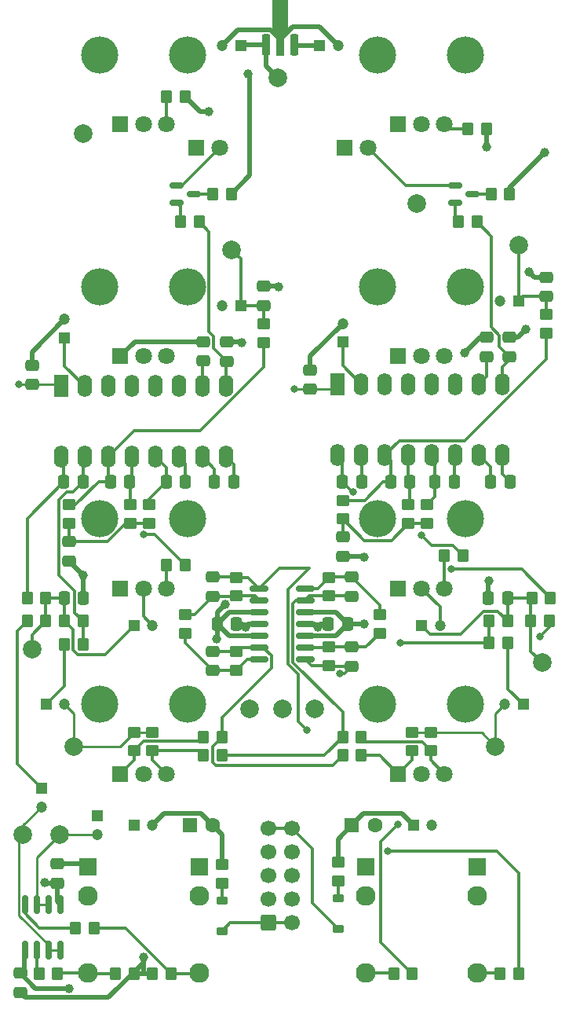
<source format=gbl>
G04 #@! TF.GenerationSoftware,KiCad,Pcbnew,8.0.5*
G04 #@! TF.CreationDate,2024-11-24T11:27:35+01:00*
G04 #@! TF.ProjectId,ricochet,7269636f-6368-4657-942e-6b696361645f,rev?*
G04 #@! TF.SameCoordinates,Original*
G04 #@! TF.FileFunction,Copper,L2,Bot*
G04 #@! TF.FilePolarity,Positive*
%FSLAX46Y46*%
G04 Gerber Fmt 4.6, Leading zero omitted, Abs format (unit mm)*
G04 Created by KiCad (PCBNEW 8.0.5) date 2024-11-24 11:27:35*
%MOMM*%
%LPD*%
G01*
G04 APERTURE LIST*
G04 Aperture macros list*
%AMRoundRect*
0 Rectangle with rounded corners*
0 $1 Rounding radius*
0 $2 $3 $4 $5 $6 $7 $8 $9 X,Y pos of 4 corners*
0 Add a 4 corners polygon primitive as box body*
4,1,4,$2,$3,$4,$5,$6,$7,$8,$9,$2,$3,0*
0 Add four circle primitives for the rounded corners*
1,1,$1+$1,$2,$3*
1,1,$1+$1,$4,$5*
1,1,$1+$1,$6,$7*
1,1,$1+$1,$8,$9*
0 Add four rect primitives between the rounded corners*
20,1,$1+$1,$2,$3,$4,$5,0*
20,1,$1+$1,$4,$5,$6,$7,0*
20,1,$1+$1,$6,$7,$8,$9,0*
20,1,$1+$1,$8,$9,$2,$3,0*%
%AMFreePoly0*
4,1,9,5.362500,-0.866500,1.237500,-0.866500,1.237500,-0.450000,-1.237500,-0.450000,-1.237500,0.450000,1.237500,0.450000,1.237500,0.866500,5.362500,0.866500,5.362500,-0.866500,5.362500,-0.866500,$1*%
G04 Aperture macros list end*
G04 #@! TA.AperFunction,ComponentPad*
%ADD10O,4.000000X4.000000*%
G04 #@! TD*
G04 #@! TA.AperFunction,ComponentPad*
%ADD11R,1.800000X1.800000*%
G04 #@! TD*
G04 #@! TA.AperFunction,ComponentPad*
%ADD12C,1.800000*%
G04 #@! TD*
G04 #@! TA.AperFunction,ComponentPad*
%ADD13R,1.930000X1.830000*%
G04 #@! TD*
G04 #@! TA.AperFunction,ComponentPad*
%ADD14C,2.130000*%
G04 #@! TD*
G04 #@! TA.AperFunction,SMDPad,CuDef*
%ADD15RoundRect,0.250000X-0.350000X-0.450000X0.350000X-0.450000X0.350000X0.450000X-0.350000X0.450000X0*%
G04 #@! TD*
G04 #@! TA.AperFunction,SMDPad,CuDef*
%ADD16RoundRect,0.250000X-0.337500X-0.475000X0.337500X-0.475000X0.337500X0.475000X-0.337500X0.475000X0*%
G04 #@! TD*
G04 #@! TA.AperFunction,SMDPad,CuDef*
%ADD17RoundRect,0.250000X0.450000X-0.350000X0.450000X0.350000X-0.450000X0.350000X-0.450000X-0.350000X0*%
G04 #@! TD*
G04 #@! TA.AperFunction,SMDPad,CuDef*
%ADD18RoundRect,0.250000X0.350000X0.450000X-0.350000X0.450000X-0.350000X-0.450000X0.350000X-0.450000X0*%
G04 #@! TD*
G04 #@! TA.AperFunction,ComponentPad*
%ADD19R,1.200000X1.200000*%
G04 #@! TD*
G04 #@! TA.AperFunction,ComponentPad*
%ADD20C,1.200000*%
G04 #@! TD*
G04 #@! TA.AperFunction,SMDPad,CuDef*
%ADD21RoundRect,0.250000X0.475000X-0.337500X0.475000X0.337500X-0.475000X0.337500X-0.475000X-0.337500X0*%
G04 #@! TD*
G04 #@! TA.AperFunction,SMDPad,CuDef*
%ADD22RoundRect,0.250000X-0.450000X0.350000X-0.450000X-0.350000X0.450000X-0.350000X0.450000X0.350000X0*%
G04 #@! TD*
G04 #@! TA.AperFunction,SMDPad,CuDef*
%ADD23RoundRect,0.225000X0.225000X-0.925000X0.225000X0.925000X-0.225000X0.925000X-0.225000X-0.925000X0*%
G04 #@! TD*
G04 #@! TA.AperFunction,SMDPad,CuDef*
%ADD24FreePoly0,90.000000*%
G04 #@! TD*
G04 #@! TA.AperFunction,ComponentPad*
%ADD25R,1.600000X1.600000*%
G04 #@! TD*
G04 #@! TA.AperFunction,ComponentPad*
%ADD26C,1.600000*%
G04 #@! TD*
G04 #@! TA.AperFunction,ComponentPad*
%ADD27C,2.000000*%
G04 #@! TD*
G04 #@! TA.AperFunction,SMDPad,CuDef*
%ADD28RoundRect,0.225000X-0.375000X0.225000X-0.375000X-0.225000X0.375000X-0.225000X0.375000X0.225000X0*%
G04 #@! TD*
G04 #@! TA.AperFunction,SMDPad,CuDef*
%ADD29RoundRect,0.250000X-0.475000X0.337500X-0.475000X-0.337500X0.475000X-0.337500X0.475000X0.337500X0*%
G04 #@! TD*
G04 #@! TA.AperFunction,SMDPad,CuDef*
%ADD30RoundRect,0.250000X0.337500X0.475000X-0.337500X0.475000X-0.337500X-0.475000X0.337500X-0.475000X0*%
G04 #@! TD*
G04 #@! TA.AperFunction,SMDPad,CuDef*
%ADD31RoundRect,0.150000X-0.587500X-0.150000X0.587500X-0.150000X0.587500X0.150000X-0.587500X0.150000X0*%
G04 #@! TD*
G04 #@! TA.AperFunction,ComponentPad*
%ADD32R,1.600000X2.400000*%
G04 #@! TD*
G04 #@! TA.AperFunction,ComponentPad*
%ADD33O,1.600000X2.400000*%
G04 #@! TD*
G04 #@! TA.AperFunction,SMDPad,CuDef*
%ADD34RoundRect,0.150000X0.150000X-0.825000X0.150000X0.825000X-0.150000X0.825000X-0.150000X-0.825000X0*%
G04 #@! TD*
G04 #@! TA.AperFunction,SMDPad,CuDef*
%ADD35RoundRect,0.225000X0.375000X-0.225000X0.375000X0.225000X-0.375000X0.225000X-0.375000X-0.225000X0*%
G04 #@! TD*
G04 #@! TA.AperFunction,ComponentPad*
%ADD36RoundRect,0.250000X-0.600000X-0.600000X0.600000X-0.600000X0.600000X0.600000X-0.600000X0.600000X0*%
G04 #@! TD*
G04 #@! TA.AperFunction,ComponentPad*
%ADD37C,1.700000*%
G04 #@! TD*
G04 #@! TA.AperFunction,SMDPad,CuDef*
%ADD38RoundRect,0.150000X0.825000X0.150000X-0.825000X0.150000X-0.825000X-0.150000X0.825000X-0.150000X0*%
G04 #@! TD*
G04 #@! TA.AperFunction,ViaPad*
%ADD39C,1.000000*%
G04 #@! TD*
G04 #@! TA.AperFunction,ViaPad*
%ADD40C,0.800000*%
G04 #@! TD*
G04 #@! TA.AperFunction,Conductor*
%ADD41C,0.500000*%
G04 #@! TD*
G04 #@! TA.AperFunction,Conductor*
%ADD42C,0.300000*%
G04 #@! TD*
G04 #@! TA.AperFunction,Conductor*
%ADD43C,0.250000*%
G04 #@! TD*
G04 APERTURE END LIST*
D10*
X60250000Y-57000000D03*
X69750000Y-57000000D03*
D11*
X62500000Y-64500000D03*
D12*
X65000000Y-64500000D03*
X67500000Y-64500000D03*
D10*
X90250000Y-107000000D03*
X99750000Y-107000000D03*
D11*
X92500000Y-114500000D03*
D12*
X95000000Y-114500000D03*
X97500000Y-114500000D03*
D11*
X86690000Y-67000000D03*
D12*
X89230000Y-67000000D03*
D13*
X71000000Y-144520000D03*
D14*
X71000000Y-155920000D03*
X71000000Y-147620000D03*
D10*
X90250000Y-57000000D03*
X99750000Y-57000000D03*
D11*
X92500000Y-64500000D03*
D12*
X95000000Y-64500000D03*
X97500000Y-64500000D03*
D11*
X70690000Y-67000000D03*
D12*
X73230000Y-67000000D03*
D13*
X89000000Y-144520000D03*
D14*
X89000000Y-155920000D03*
X89000000Y-147620000D03*
D10*
X60250000Y-107000000D03*
X69750000Y-107000000D03*
D11*
X62500000Y-114500000D03*
D12*
X65000000Y-114500000D03*
X67500000Y-114500000D03*
D13*
X101000000Y-144520000D03*
D14*
X101000000Y-155920000D03*
X101000000Y-147620000D03*
D10*
X90250000Y-82000000D03*
X99750000Y-82000000D03*
D11*
X92500000Y-89500000D03*
D12*
X95000000Y-89500000D03*
X97500000Y-89500000D03*
D10*
X60250000Y-82000000D03*
X69750000Y-82000000D03*
D11*
X62500000Y-89500000D03*
D12*
X65000000Y-89500000D03*
X67500000Y-89500000D03*
D13*
X59000000Y-144520000D03*
D14*
X59000000Y-155920000D03*
X59000000Y-147620000D03*
D10*
X60250000Y-127000000D03*
X69750000Y-127000000D03*
D11*
X62500000Y-134500000D03*
D12*
X65000000Y-134500000D03*
X67500000Y-134500000D03*
D10*
X90250000Y-127000000D03*
X99750000Y-127000000D03*
D11*
X92500000Y-134500000D03*
D12*
X95000000Y-134500000D03*
X97500000Y-134500000D03*
D15*
X57700000Y-151100000D03*
X59700000Y-151100000D03*
D16*
X91662500Y-103000000D03*
X93737500Y-103000000D03*
D17*
X73500000Y-146250000D03*
X73500000Y-144250000D03*
D18*
X58470000Y-118000000D03*
X56470000Y-118000000D03*
D19*
X95000000Y-118500000D03*
D20*
X97000000Y-118500000D03*
D17*
X108500000Y-87000000D03*
X108500000Y-85000000D03*
D15*
X52470000Y-115500000D03*
X54470000Y-115500000D03*
D21*
X51750000Y-158037500D03*
X51750000Y-155962500D03*
D17*
X85000000Y-115310000D03*
X85000000Y-113310000D03*
D16*
X86462500Y-103000000D03*
X88537500Y-103000000D03*
D22*
X93600000Y-105500000D03*
X93600000Y-107500000D03*
D16*
X72962500Y-118310000D03*
X75037500Y-118310000D03*
D19*
X64000000Y-118500000D03*
D20*
X66000000Y-118500000D03*
D21*
X83000000Y-93037500D03*
X83000000Y-90962500D03*
D16*
X61462500Y-103000000D03*
X63537500Y-103000000D03*
D15*
X66000000Y-156000000D03*
X68000000Y-156000000D03*
D23*
X81250000Y-55950000D03*
D24*
X79750000Y-55862500D03*
D23*
X78250000Y-55950000D03*
D15*
X102300000Y-120400000D03*
X104300000Y-120400000D03*
X67500000Y-112000000D03*
X69500000Y-112000000D03*
X103500000Y-156000000D03*
X105500000Y-156000000D03*
D16*
X84962500Y-118310000D03*
X87037500Y-118310000D03*
D19*
X105500000Y-83500000D03*
D20*
X103500000Y-83500000D03*
D18*
X108900000Y-115500000D03*
X106900000Y-115500000D03*
D25*
X87500000Y-140000000D03*
D26*
X90000000Y-140000000D03*
D22*
X63600000Y-105500000D03*
X63600000Y-107500000D03*
D27*
X58500000Y-65500000D03*
X94500000Y-73000000D03*
X52000000Y-141000000D03*
D21*
X104500000Y-89537500D03*
X104500000Y-87462500D03*
D17*
X86000000Y-146000000D03*
X86000000Y-144000000D03*
D27*
X105500000Y-77500000D03*
D21*
X74000000Y-90037500D03*
X74000000Y-87962500D03*
D25*
X70000000Y-140000000D03*
D26*
X72500000Y-140000000D03*
D28*
X86000000Y-147850000D03*
X86000000Y-151150000D03*
D29*
X87500000Y-120810000D03*
X87500000Y-122885000D03*
D21*
X108500000Y-83037500D03*
X108500000Y-80962500D03*
D22*
X96000000Y-130000000D03*
X96000000Y-132000000D03*
D19*
X54000000Y-136027401D03*
D20*
X54000000Y-138027401D03*
D27*
X108000000Y-122500000D03*
D19*
X75500000Y-84000000D03*
D20*
X73500000Y-84000000D03*
D21*
X72500000Y-115347500D03*
X72500000Y-113272500D03*
X102000000Y-89537500D03*
X102000000Y-87462500D03*
D18*
X71000000Y-75000000D03*
X69000000Y-75000000D03*
D22*
X57000000Y-105500000D03*
X57000000Y-107500000D03*
D30*
X98537500Y-103000000D03*
X96462500Y-103000000D03*
D22*
X75000000Y-121310000D03*
X75000000Y-123310000D03*
D16*
X56462500Y-115500000D03*
X58537500Y-115500000D03*
D21*
X71500000Y-90000000D03*
X71500000Y-87925000D03*
D27*
X57500000Y-131500000D03*
D19*
X75500000Y-56000000D03*
D20*
X73500000Y-56000000D03*
D18*
X88500000Y-132500000D03*
X86500000Y-132500000D03*
D31*
X98625000Y-72950000D03*
X98625000Y-71050000D03*
X100500000Y-72000000D03*
D29*
X86500000Y-108962500D03*
X86500000Y-111037500D03*
D15*
X102300000Y-118000000D03*
X104300000Y-118000000D03*
D27*
X74500000Y-78000000D03*
X79500000Y-59500000D03*
D15*
X102500000Y-72000000D03*
X104500000Y-72000000D03*
D30*
X69537500Y-103000000D03*
X67462500Y-103000000D03*
D19*
X60000000Y-139000000D03*
D20*
X60000000Y-141000000D03*
D32*
X85960000Y-92500000D03*
D33*
X88500000Y-92500000D03*
X91040000Y-92500000D03*
X93580000Y-92500000D03*
X96120000Y-92500000D03*
X98660000Y-92500000D03*
X101200000Y-92500000D03*
X103740000Y-92500000D03*
X103740000Y-100120000D03*
X101200000Y-100120000D03*
X98660000Y-100120000D03*
X96120000Y-100120000D03*
X93580000Y-100120000D03*
X91040000Y-100120000D03*
X88500000Y-100120000D03*
X85960000Y-100120000D03*
D15*
X92000000Y-156000000D03*
X94000000Y-156000000D03*
D18*
X101000000Y-75000000D03*
X99000000Y-75000000D03*
D21*
X87500000Y-115347500D03*
X87500000Y-113272500D03*
D15*
X72500000Y-72000000D03*
X74500000Y-72000000D03*
D34*
X56040000Y-153500000D03*
X54770000Y-153500000D03*
X53500000Y-153500000D03*
X52230000Y-153500000D03*
X52230000Y-148550000D03*
X53500000Y-148550000D03*
X54770000Y-148550000D03*
X56040000Y-148550000D03*
D22*
X86500000Y-105000000D03*
X86500000Y-107000000D03*
D19*
X86500000Y-87972600D03*
D20*
X86500000Y-85972600D03*
D15*
X71500000Y-132500000D03*
X73500000Y-132500000D03*
D35*
X73500000Y-151400000D03*
X73500000Y-148100000D03*
D22*
X65600000Y-105500000D03*
X65600000Y-107500000D03*
D27*
X56000000Y-141000000D03*
D19*
X84027401Y-56000000D03*
D20*
X86027401Y-56000000D03*
D18*
X69500000Y-61500000D03*
X67500000Y-61500000D03*
D19*
X54500000Y-127000000D03*
D20*
X56500000Y-127000000D03*
D19*
X64000000Y-140000000D03*
D20*
X66000000Y-140000000D03*
D18*
X64000000Y-156000000D03*
X62000000Y-156000000D03*
D22*
X95600000Y-105500000D03*
X95600000Y-107500000D03*
D27*
X103000000Y-131500000D03*
D16*
X56425000Y-103000000D03*
X58500000Y-103000000D03*
D36*
X78460000Y-150540000D03*
D37*
X81000000Y-150540000D03*
X78460000Y-148000000D03*
X81000000Y-148000000D03*
X78460000Y-145460000D03*
X81000000Y-145460000D03*
X78460000Y-142920000D03*
X81000000Y-142920000D03*
X78460000Y-140380000D03*
X81000000Y-140380000D03*
D17*
X78000000Y-88000000D03*
X78000000Y-86000000D03*
D38*
X82450000Y-114500000D03*
X82450000Y-115770000D03*
X82450000Y-117040000D03*
X82450000Y-118310000D03*
X82450000Y-119580000D03*
X82450000Y-120850000D03*
X82450000Y-122120000D03*
X77500000Y-122120000D03*
X77500000Y-120850000D03*
X77500000Y-119580000D03*
X77500000Y-118310000D03*
X77500000Y-117040000D03*
X77500000Y-115770000D03*
X77500000Y-114500000D03*
D18*
X88500000Y-130500000D03*
X86500000Y-130500000D03*
D15*
X53750000Y-156000000D03*
X55750000Y-156000000D03*
D18*
X58470000Y-120500000D03*
X56470000Y-120500000D03*
D21*
X78000000Y-84037500D03*
X78000000Y-81962500D03*
D22*
X90500000Y-117310000D03*
X90500000Y-119310000D03*
D19*
X56500000Y-87500000D03*
D20*
X56500000Y-85500000D03*
D29*
X57000000Y-109462500D03*
X57000000Y-111537500D03*
D27*
X83500000Y-127500000D03*
D19*
X94127401Y-140000000D03*
D20*
X96127401Y-140000000D03*
D29*
X72500000Y-121272500D03*
X72500000Y-123347500D03*
D27*
X76500000Y-127500000D03*
D22*
X94000000Y-130000000D03*
X94000000Y-132000000D03*
D27*
X52970000Y-121000000D03*
D22*
X64000000Y-130000000D03*
X64000000Y-132000000D03*
D21*
X55700000Y-146237500D03*
X55700000Y-144162500D03*
D17*
X75000000Y-115310000D03*
X75000000Y-113310000D03*
D19*
X105972600Y-127000000D03*
D20*
X103972600Y-127000000D03*
D30*
X104307500Y-115500000D03*
X102232500Y-115500000D03*
D16*
X102462500Y-103000000D03*
X104537500Y-103000000D03*
D32*
X56100000Y-92700000D03*
D33*
X58640000Y-92700000D03*
X61180000Y-92700000D03*
X63720000Y-92700000D03*
X66260000Y-92700000D03*
X68800000Y-92700000D03*
X71340000Y-92700000D03*
X73880000Y-92700000D03*
X73880000Y-100320000D03*
X71340000Y-100320000D03*
X68800000Y-100320000D03*
X66260000Y-100320000D03*
X63720000Y-100320000D03*
X61180000Y-100320000D03*
X58640000Y-100320000D03*
X56100000Y-100320000D03*
D29*
X53000000Y-90462500D03*
X53000000Y-92537500D03*
D18*
X108800000Y-118000000D03*
X106800000Y-118000000D03*
X102000000Y-65000000D03*
X100000000Y-65000000D03*
D17*
X69500000Y-119310000D03*
X69500000Y-117310000D03*
D31*
X68562500Y-72950000D03*
X68562500Y-71050000D03*
X70437500Y-72000000D03*
D22*
X85000000Y-120810000D03*
X85000000Y-122810000D03*
X66000000Y-130000000D03*
X66000000Y-132000000D03*
D15*
X97500000Y-111000000D03*
X99500000Y-111000000D03*
D27*
X80000000Y-127500000D03*
D15*
X52470000Y-118000000D03*
X54470000Y-118000000D03*
X71500000Y-130500000D03*
X73500000Y-130500000D03*
D16*
X72662500Y-103000000D03*
X74737500Y-103000000D03*
D39*
X54325000Y-146200000D03*
X76300000Y-59100000D03*
X108300000Y-67500000D03*
X83785202Y-118630000D03*
X102000000Y-66900000D03*
X79600000Y-82000000D03*
X106600000Y-80400000D03*
X88800000Y-111100000D03*
X64998959Y-154201041D03*
X58537500Y-113075000D03*
X99700000Y-89100000D03*
X102300000Y-113700000D03*
X72100000Y-63100000D03*
X73804137Y-116252637D03*
X106300000Y-86600000D03*
X88800000Y-118300000D03*
X75600000Y-88000000D03*
X72900000Y-119900000D03*
X76000000Y-118630000D03*
X57000000Y-157600000D03*
D40*
X51600000Y-92500000D03*
X81300000Y-93000000D03*
X98250000Y-112400000D03*
X87601708Y-104098655D03*
X86200000Y-123700000D03*
X92500000Y-139900000D03*
X82650000Y-129800000D03*
X91350000Y-142800000D03*
X94970000Y-108800000D03*
X92700000Y-120400000D03*
X107800000Y-119700000D03*
X65000000Y-108700000D03*
D41*
X55700000Y-148210000D02*
X56040000Y-148550000D01*
X84027401Y-56000000D02*
X81300000Y-56000000D01*
X86000000Y-141500000D02*
X87500000Y-140000000D01*
X84105202Y-118310000D02*
X83785202Y-118630000D01*
X108300000Y-67500000D02*
X104500000Y-71300000D01*
X94127401Y-140000000D02*
X92877401Y-138750000D01*
X83465202Y-118310000D02*
X82450000Y-118310000D01*
X54362500Y-146237500D02*
X54325000Y-146200000D01*
X81300000Y-56000000D02*
X81250000Y-55950000D01*
X55700000Y-146237500D02*
X55700000Y-148210000D01*
X76300000Y-59100000D02*
X76500000Y-59300000D01*
X92877401Y-138750000D02*
X88750000Y-138750000D01*
X83785202Y-118630000D02*
X83465202Y-118310000D01*
X55700000Y-146237500D02*
X54362500Y-146237500D01*
X88750000Y-138750000D02*
X87500000Y-140000000D01*
X84962500Y-118310000D02*
X84105202Y-118310000D01*
X76500000Y-59300000D02*
X76500000Y-70000000D01*
X76500000Y-70000000D02*
X74500000Y-72000000D01*
X104500000Y-71300000D02*
X104500000Y-72000000D01*
X86000000Y-144000000D02*
X86000000Y-141500000D01*
X79750000Y-55862500D02*
X79750000Y-55339172D01*
X102000000Y-87462500D02*
X101337500Y-87462500D01*
X86500000Y-111037500D02*
X88737500Y-111037500D01*
X79562500Y-81962500D02*
X79600000Y-82000000D01*
X53000000Y-89000000D02*
X56500000Y-85500000D01*
X83000000Y-90962500D02*
X83000000Y-89472600D01*
X84027401Y-54000000D02*
X86027401Y-56000000D01*
X79750000Y-55339172D02*
X78710828Y-54300000D01*
X88737500Y-111037500D02*
X88800000Y-111100000D01*
X52262500Y-158550000D02*
X61246878Y-158550000D01*
X72962500Y-118310000D02*
X72962500Y-119837500D01*
X74232500Y-119580000D02*
X72962500Y-118310000D01*
X53000000Y-90462500D02*
X53000000Y-89000000D01*
X102232500Y-115500000D02*
X102232500Y-113767500D01*
X65000000Y-156000000D02*
X65000000Y-154202082D01*
X85767500Y-119580000D02*
X87037500Y-118310000D01*
X108500000Y-80962500D02*
X107162500Y-80962500D01*
X82450000Y-119580000D02*
X85767500Y-119580000D01*
X78000000Y-81962500D02*
X79562500Y-81962500D01*
X51750000Y-158037500D02*
X52262500Y-158550000D01*
X55700000Y-144162500D02*
X58642500Y-144162500D01*
X77500000Y-119580000D02*
X74232500Y-119580000D01*
X74232500Y-117040000D02*
X72962500Y-118310000D01*
X77500000Y-117040000D02*
X74232500Y-117040000D01*
X102000000Y-65000000D02*
X102000000Y-66900000D01*
X58642500Y-144162500D02*
X59000000Y-144520000D01*
X74000000Y-87962500D02*
X75562500Y-87962500D01*
X79750000Y-55339172D02*
X81089172Y-54000000D01*
X58537500Y-115500000D02*
X58537500Y-113075000D01*
X88790000Y-118310000D02*
X88800000Y-118300000D01*
X102232500Y-113767500D02*
X102300000Y-113700000D01*
X78710828Y-54300000D02*
X75200000Y-54300000D01*
X71500000Y-87925000D02*
X64075000Y-87925000D01*
X61246878Y-158550000D02*
X64998959Y-154797919D01*
X73804137Y-116252637D02*
X72962500Y-117094274D01*
X75562500Y-87962500D02*
X75600000Y-88000000D01*
X72962500Y-117094274D02*
X72962500Y-118310000D01*
X69500000Y-61500000D02*
X71100000Y-63100000D01*
X58537500Y-113075000D02*
X57000000Y-111537500D01*
X87037500Y-118310000D02*
X88790000Y-118310000D01*
X64000000Y-156000000D02*
X65000000Y-156000000D01*
X83000000Y-89472600D02*
X86500000Y-85972600D01*
X81089172Y-54000000D02*
X84027401Y-54000000D01*
X72962500Y-119837500D02*
X72900000Y-119900000D01*
X101337500Y-87462500D02*
X99700000Y-89100000D01*
X104500000Y-87462500D02*
X105437500Y-87462500D01*
X64998959Y-154797919D02*
X64998959Y-154201041D01*
X65000000Y-156000000D02*
X66000000Y-156000000D01*
X105437500Y-87462500D02*
X106300000Y-86600000D01*
X85767500Y-117040000D02*
X87037500Y-118310000D01*
X65000000Y-154202082D02*
X64998959Y-154201041D01*
X71100000Y-63100000D02*
X72100000Y-63100000D01*
X64075000Y-87925000D02*
X62500000Y-89500000D01*
X107162500Y-80962500D02*
X106600000Y-80400000D01*
X75200000Y-54300000D02*
X73500000Y-56000000D01*
X82450000Y-117040000D02*
X85767500Y-117040000D01*
X76000000Y-118630000D02*
X75680000Y-118310000D01*
X76320000Y-118310000D02*
X77500000Y-118310000D01*
X76000000Y-118630000D02*
X76320000Y-118310000D01*
X71250000Y-138750000D02*
X72500000Y-140000000D01*
X51750000Y-155962500D02*
X52200000Y-155512500D01*
X75680000Y-118310000D02*
X75037500Y-118310000D01*
X51750000Y-155962500D02*
X53387500Y-157600000D01*
X66000000Y-140000000D02*
X67250000Y-138750000D01*
X52200000Y-155512500D02*
X52200000Y-153530000D01*
X52200000Y-153530000D02*
X52230000Y-153500000D01*
X67250000Y-138750000D02*
X71250000Y-138750000D01*
X53387500Y-157600000D02*
X57000000Y-157600000D01*
X73500000Y-144250000D02*
X73500000Y-141000000D01*
X73500000Y-141000000D02*
X72500000Y-140000000D01*
D42*
X86500000Y-87972600D02*
X86500000Y-90500000D01*
X86500000Y-90500000D02*
X88500000Y-92500000D01*
X56500000Y-90560000D02*
X58640000Y-92700000D01*
X56500000Y-87500000D02*
X56500000Y-90560000D01*
X68562500Y-71050000D02*
X69180000Y-71050000D01*
X69180000Y-71050000D02*
X73230000Y-67000000D01*
X86000000Y-147850000D02*
X86000000Y-146000000D01*
X102000000Y-89537500D02*
X102000000Y-91700000D01*
X102000000Y-91700000D02*
X101200000Y-92500000D01*
X98625000Y-71050000D02*
X93280000Y-71050000D01*
X93280000Y-71050000D02*
X89230000Y-67000000D01*
X71340000Y-92700000D02*
X71340000Y-90160000D01*
X71340000Y-90160000D02*
X71500000Y-90000000D01*
X103740000Y-90660000D02*
X103740000Y-92500000D01*
X104500000Y-89900000D02*
X103740000Y-90660000D01*
X104500000Y-89537500D02*
X104500000Y-89900000D01*
X103425000Y-87219544D02*
X103425000Y-88462500D01*
X102550000Y-86344544D02*
X103425000Y-87219544D01*
X103425000Y-88462500D02*
X104500000Y-89537500D01*
X102550000Y-76550000D02*
X102550000Y-86344544D01*
X101000000Y-75000000D02*
X102550000Y-76550000D01*
D41*
X75550000Y-55950000D02*
X75500000Y-56000000D01*
D43*
X85422500Y-93037500D02*
X85960000Y-92500000D01*
X52962500Y-92500000D02*
X53000000Y-92537500D01*
D41*
X78250000Y-55950000D02*
X75550000Y-55950000D01*
X79500000Y-59500000D02*
X78250000Y-58250000D01*
D43*
X83000000Y-93037500D02*
X81337500Y-93037500D01*
D41*
X78250000Y-58250000D02*
X78250000Y-55950000D01*
D43*
X51600000Y-92500000D02*
X52962500Y-92500000D01*
X83000000Y-93037500D02*
X85422500Y-93037500D01*
X81337500Y-93037500D02*
X81300000Y-93000000D01*
X53000000Y-92537500D02*
X55937500Y-92537500D01*
X55937500Y-92537500D02*
X56100000Y-92700000D01*
D42*
X73880000Y-90157500D02*
X74000000Y-90037500D01*
X73880000Y-92700000D02*
X73880000Y-90157500D01*
X72575000Y-87332044D02*
X72100000Y-86857044D01*
X72100000Y-86857044D02*
X72100000Y-76100000D01*
X74000000Y-90037500D02*
X72575000Y-88612500D01*
X72100000Y-76100000D02*
X71000000Y-75000000D01*
X72575000Y-88612500D02*
X72575000Y-87332044D01*
X103740000Y-100120000D02*
X103740000Y-102202500D01*
X103740000Y-102202500D02*
X104537500Y-103000000D01*
X102462500Y-101382500D02*
X101200000Y-100120000D01*
X102462500Y-103000000D02*
X102462500Y-101382500D01*
X74737500Y-103000000D02*
X74737500Y-101177500D01*
X74737500Y-101177500D02*
X73880000Y-100320000D01*
X72662500Y-101642500D02*
X71340000Y-100320000D01*
X72662500Y-103000000D02*
X72662500Y-101642500D01*
X87561155Y-104098655D02*
X86462500Y-103000000D01*
X86462500Y-100622500D02*
X85960000Y-100120000D01*
X98250000Y-112400000D02*
X105800000Y-112400000D01*
X86462500Y-103000000D02*
X86462500Y-100622500D01*
X105800000Y-112400000D02*
X108900000Y-115500000D01*
X87601708Y-104098655D02*
X87561155Y-104098655D01*
D43*
X94000000Y-130000000D02*
X96000000Y-130000000D01*
X103000000Y-127972600D02*
X103972600Y-127000000D01*
X101500000Y-130000000D02*
X103000000Y-131500000D01*
X103000000Y-131500000D02*
X103000000Y-127972600D01*
X96000000Y-130000000D02*
X101500000Y-130000000D01*
D42*
X56425000Y-103000000D02*
X56425000Y-100645000D01*
X56425000Y-100645000D02*
X56100000Y-100320000D01*
X52470000Y-106955000D02*
X56425000Y-103000000D01*
X52470000Y-115500000D02*
X52470000Y-106955000D01*
D43*
X62500000Y-131500000D02*
X64000000Y-130000000D01*
X57500000Y-131500000D02*
X62500000Y-131500000D01*
X57500000Y-131500000D02*
X57500000Y-128000000D01*
X64000000Y-130000000D02*
X66000000Y-130000000D01*
X57500000Y-128000000D02*
X56500000Y-127000000D01*
D42*
X93600000Y-105500000D02*
X93737500Y-105362500D01*
X93737500Y-105362500D02*
X93737500Y-103000000D01*
X93580000Y-102842500D02*
X93580000Y-100120000D01*
X93737500Y-103000000D02*
X93580000Y-102842500D01*
X90875000Y-103000000D02*
X88875000Y-105000000D01*
X92590000Y-98570000D02*
X91040000Y-100120000D01*
X91662500Y-100742500D02*
X91040000Y-100120000D01*
X88875000Y-105000000D02*
X86500000Y-105000000D01*
X108500000Y-87000000D02*
X108500000Y-89766346D01*
X91662500Y-103000000D02*
X91662500Y-100742500D01*
X91662500Y-103000000D02*
X90875000Y-103000000D01*
X108500000Y-89766346D02*
X99696346Y-98570000D01*
X99696346Y-98570000D02*
X92590000Y-98570000D01*
X98537500Y-100242500D02*
X98660000Y-100120000D01*
X98537500Y-103000000D02*
X98537500Y-100242500D01*
X96462500Y-103000000D02*
X96462500Y-104637500D01*
X96462500Y-103000000D02*
X96462500Y-100462500D01*
X96462500Y-100462500D02*
X96120000Y-100120000D01*
X96462500Y-104637500D02*
X95600000Y-105500000D01*
X61180000Y-100320000D02*
X61180000Y-102717500D01*
X78000000Y-88000000D02*
X78000000Y-90606346D01*
X60200000Y-103000000D02*
X61462500Y-103000000D01*
X78000000Y-90606346D02*
X71106346Y-97500000D01*
X61180000Y-102717500D02*
X61462500Y-103000000D01*
X64000000Y-97500000D02*
X61180000Y-100320000D01*
X71106346Y-97500000D02*
X64000000Y-97500000D01*
X57000000Y-105500000D02*
X57700000Y-105500000D01*
X57700000Y-105500000D02*
X60200000Y-103000000D01*
X63600000Y-103062500D02*
X63537500Y-103000000D01*
X63600000Y-105500000D02*
X63600000Y-103062500D01*
X63720000Y-102817500D02*
X63537500Y-103000000D01*
X63720000Y-100320000D02*
X63720000Y-102817500D01*
X69537500Y-101057500D02*
X68800000Y-100320000D01*
X69537500Y-103000000D02*
X69537500Y-101057500D01*
X66260000Y-100320000D02*
X67462500Y-101522500D01*
X67462500Y-101522500D02*
X67462500Y-103000000D01*
X65600000Y-104862500D02*
X67462500Y-103000000D01*
X65600000Y-105500000D02*
X65600000Y-104862500D01*
D43*
X54770000Y-148550000D02*
X53500000Y-148550000D01*
X56000000Y-141000000D02*
X60000000Y-141000000D01*
X53500000Y-148550000D02*
X53500000Y-143500000D01*
X53500000Y-143500000D02*
X56000000Y-141000000D01*
X51605000Y-149705000D02*
X51605000Y-141395000D01*
X54770000Y-153500000D02*
X56040000Y-153500000D01*
X52000000Y-141000000D02*
X52000000Y-140027401D01*
X54770000Y-152870000D02*
X51605000Y-149705000D01*
X54770000Y-153500000D02*
X54770000Y-152870000D01*
X51605000Y-141395000D02*
X52000000Y-141000000D01*
X52000000Y-140027401D02*
X54000000Y-138027401D01*
D42*
X93600000Y-107500000D02*
X95600000Y-107500000D01*
X88850000Y-109350000D02*
X91750000Y-109350000D01*
X86500000Y-108962500D02*
X86500000Y-107000000D01*
X86500000Y-107000000D02*
X88850000Y-109350000D01*
X91750000Y-109350000D02*
X93600000Y-107500000D01*
X97000000Y-116500000D02*
X97000000Y-118500000D01*
X95000000Y-114500000D02*
X97000000Y-116500000D01*
X95950000Y-119450000D02*
X99194544Y-119450000D01*
X106800000Y-118000000D02*
X106800000Y-121300000D01*
X95000000Y-118500000D02*
X95950000Y-119450000D01*
X104300000Y-118000000D02*
X104300000Y-115507500D01*
X104300000Y-115507500D02*
X104307500Y-115500000D01*
X99194544Y-119450000D02*
X101694544Y-116950000D01*
X106800000Y-121300000D02*
X108000000Y-122500000D01*
X103250000Y-116950000D02*
X104300000Y-118000000D01*
X106800000Y-115500000D02*
X106800000Y-118000000D01*
X101694544Y-116950000D02*
X103250000Y-116950000D01*
X104307500Y-115500000D02*
X106800000Y-115500000D01*
X108500000Y-83037500D02*
X105962500Y-83037500D01*
X108500000Y-85000000D02*
X108500000Y-83037500D01*
X105500000Y-77500000D02*
X105500000Y-83500000D01*
X105962500Y-83037500D02*
X105500000Y-83500000D01*
X63073402Y-107500000D02*
X63600000Y-107500000D01*
X61110902Y-109462500D02*
X63073402Y-107500000D01*
X57000000Y-109462500D02*
X61110902Y-109462500D01*
X57000000Y-107500000D02*
X57000000Y-109462500D01*
X63600000Y-107500000D02*
X65600000Y-107500000D01*
X78000000Y-84037500D02*
X78000000Y-86000000D01*
X75500000Y-84000000D02*
X77962500Y-84000000D01*
X77962500Y-84000000D02*
X78000000Y-84037500D01*
X75500000Y-79000000D02*
X74500000Y-78000000D01*
X75500000Y-84000000D02*
X75500000Y-79000000D01*
X81125000Y-116120001D02*
X81475001Y-115770000D01*
X85000000Y-115310000D02*
X87462500Y-115310000D01*
X86500000Y-127856262D02*
X81125000Y-122481262D01*
X82910000Y-115310000D02*
X82450000Y-115770000D01*
X87462500Y-115310000D02*
X87500000Y-115347500D01*
X81125000Y-122481262D02*
X81125000Y-116120001D01*
X85000000Y-115310000D02*
X82910000Y-115310000D01*
X84500000Y-132500000D02*
X86500000Y-130500000D01*
X73500000Y-132500000D02*
X84500000Y-132500000D01*
X86500000Y-130500000D02*
X86500000Y-127856262D01*
X81475001Y-115770000D02*
X82450000Y-115770000D01*
X57420000Y-121105456D02*
X57914544Y-121600000D01*
X56462500Y-117992500D02*
X56470000Y-118000000D01*
X60900000Y-121600000D02*
X64000000Y-118500000D01*
X54470000Y-118000000D02*
X54470000Y-115500000D01*
X56462500Y-115500000D02*
X56462500Y-117992500D01*
X57420000Y-118950000D02*
X57420000Y-121105456D01*
X57914544Y-121600000D02*
X60900000Y-121600000D01*
X52970000Y-119500000D02*
X54470000Y-118000000D01*
X52970000Y-121000000D02*
X52970000Y-119500000D01*
X54470000Y-115500000D02*
X56462500Y-115500000D01*
X56470000Y-118000000D02*
X57420000Y-118950000D01*
X72500000Y-131500000D02*
X73500000Y-130500000D01*
X85450000Y-133550000D02*
X72794544Y-133550000D01*
X74962500Y-121272500D02*
X75000000Y-121310000D01*
X72500000Y-121272500D02*
X74962500Y-121272500D01*
X86500000Y-132500000D02*
X85450000Y-133550000D01*
X77500000Y-120850000D02*
X77916262Y-120850000D01*
X72500000Y-133255456D02*
X72500000Y-131500000D01*
X78825000Y-121758738D02*
X78825000Y-123075000D01*
X72794544Y-133550000D02*
X72500000Y-133255456D01*
X73500000Y-128400000D02*
X73500000Y-130500000D01*
X77916262Y-120850000D02*
X78825000Y-121758738D01*
X77500000Y-120850000D02*
X75460000Y-120850000D01*
X75460000Y-120850000D02*
X75000000Y-121310000D01*
X78825000Y-123075000D02*
X73500000Y-128400000D01*
X92500000Y-139900000D02*
X90600000Y-141800000D01*
X85000000Y-122810000D02*
X83140000Y-122810000D01*
X90600000Y-141800000D02*
X90600000Y-152600000D01*
X90600000Y-152600000D02*
X94000000Y-156000000D01*
X83140000Y-122810000D02*
X82450000Y-122120000D01*
X86685000Y-123700000D02*
X87500000Y-122885000D01*
X87500000Y-122885000D02*
X85075000Y-122885000D01*
X85075000Y-122885000D02*
X85000000Y-122810000D01*
X86200000Y-123700000D02*
X86685000Y-123700000D01*
X87500000Y-113272500D02*
X85037500Y-113272500D01*
X85000000Y-113310000D02*
X84990000Y-113310000D01*
X83800000Y-114500000D02*
X82450000Y-114500000D01*
X87500000Y-113272500D02*
X90500000Y-116272500D01*
X90500000Y-116272500D02*
X90500000Y-117310000D01*
X84990000Y-113310000D02*
X83800000Y-114500000D01*
X85037500Y-113272500D02*
X85000000Y-113310000D01*
X74962500Y-123347500D02*
X75000000Y-123310000D01*
X72500000Y-123347500D02*
X69500000Y-120347500D01*
X69500000Y-120347500D02*
X69500000Y-119310000D01*
X77500000Y-122120000D02*
X76190000Y-122120000D01*
X76190000Y-122120000D02*
X75000000Y-123310000D01*
X72500000Y-123347500D02*
X74962500Y-123347500D01*
X81700000Y-123763368D02*
X80625000Y-122688368D01*
X91350000Y-142800000D02*
X103100000Y-142800000D01*
X82650000Y-129800000D02*
X81700000Y-128850000D01*
X76310000Y-113310000D02*
X77500000Y-114500000D01*
X103100000Y-142800000D02*
X105500000Y-145200000D01*
X79665000Y-112335000D02*
X77500000Y-114500000D01*
X75000000Y-113310000D02*
X76310000Y-113310000D01*
X72500000Y-113272500D02*
X74962500Y-113272500D01*
X105500000Y-145200000D02*
X105500000Y-156000000D01*
X81700000Y-128850000D02*
X81700000Y-123763368D01*
X80625000Y-122688368D02*
X80625000Y-114638738D01*
X74962500Y-113272500D02*
X75000000Y-113310000D01*
X80625000Y-114638738D02*
X82928738Y-112335000D01*
X82928738Y-112335000D02*
X79665000Y-112335000D01*
X87500000Y-120810000D02*
X89000000Y-120810000D01*
X82450000Y-120850000D02*
X84960000Y-120850000D01*
X85000000Y-120810000D02*
X87500000Y-120810000D01*
X84960000Y-120850000D02*
X85000000Y-120810000D01*
X89000000Y-120810000D02*
X90500000Y-119310000D01*
X72500000Y-115347500D02*
X74962500Y-115347500D01*
X74962500Y-115347500D02*
X75000000Y-115310000D01*
X69500000Y-117310000D02*
X70537500Y-117310000D01*
X75000000Y-115310000D02*
X77040000Y-115310000D01*
X70537500Y-117310000D02*
X72500000Y-115347500D01*
X77040000Y-115310000D02*
X77500000Y-115770000D01*
X65000000Y-117500000D02*
X66000000Y-118500000D01*
X65000000Y-114500000D02*
X65000000Y-117500000D01*
X78460000Y-140380000D02*
X81000000Y-140380000D01*
X83200000Y-148350000D02*
X86000000Y-151150000D01*
X83200000Y-142580000D02*
X83200000Y-148350000D01*
X81000000Y-140380000D02*
X83200000Y-142580000D01*
X73500000Y-148100000D02*
X73500000Y-146250000D01*
X78460000Y-150540000D02*
X74360000Y-150540000D01*
X74360000Y-150540000D02*
X73500000Y-151400000D01*
X81000000Y-150540000D02*
X78460000Y-150540000D01*
X53750000Y-156000000D02*
X53500000Y-155750000D01*
X53500000Y-155750000D02*
X53500000Y-153500000D01*
X57700000Y-151100000D02*
X53805001Y-151100000D01*
X53805001Y-151100000D02*
X52230000Y-149524999D01*
X52230000Y-149524999D02*
X52230000Y-148550000D01*
X55830000Y-155920000D02*
X55750000Y-156000000D01*
X62000000Y-156000000D02*
X59080000Y-156000000D01*
X59000000Y-155920000D02*
X55830000Y-155920000D01*
X59080000Y-156000000D02*
X59000000Y-155920000D01*
X91620000Y-155920000D02*
X89000000Y-155920000D01*
X91700000Y-156000000D02*
X91620000Y-155920000D01*
X92000000Y-156000000D02*
X91700000Y-156000000D01*
X101000000Y-155920000D02*
X103420000Y-155920000D01*
X103420000Y-155920000D02*
X103500000Y-156000000D01*
X63100000Y-151100000D02*
X68000000Y-156000000D01*
X70920000Y-156000000D02*
X71000000Y-155920000D01*
X59700000Y-151100000D02*
X63100000Y-151100000D01*
X68000000Y-156000000D02*
X70920000Y-156000000D01*
X98625000Y-72950000D02*
X98625000Y-74625000D01*
X98625000Y-74625000D02*
X99000000Y-75000000D01*
X100500000Y-72000000D02*
X102500000Y-72000000D01*
X72500000Y-72000000D02*
X70437500Y-72000000D01*
X98000000Y-65000000D02*
X97500000Y-64500000D01*
X100000000Y-65000000D02*
X98000000Y-65000000D01*
X67500000Y-61500000D02*
X67500000Y-64500000D01*
X97500000Y-111000000D02*
X97500000Y-114500000D01*
X98400000Y-109900000D02*
X99500000Y-111000000D01*
X96070000Y-109900000D02*
X98400000Y-109900000D01*
X94970000Y-108800000D02*
X96070000Y-109900000D01*
X66000000Y-133000000D02*
X66000000Y-132000000D01*
X67500000Y-134500000D02*
X66000000Y-133000000D01*
X71000000Y-132000000D02*
X71500000Y-132500000D01*
X66000000Y-132000000D02*
X71000000Y-132000000D01*
X71500000Y-130500000D02*
X71050000Y-130950000D01*
X65050000Y-130950000D02*
X64000000Y-132000000D01*
X64000000Y-133000000D02*
X64000000Y-132000000D01*
X62500000Y-134500000D02*
X64000000Y-133000000D01*
X71050000Y-130950000D02*
X65050000Y-130950000D01*
X95050000Y-131050000D02*
X96000000Y-132000000D01*
X88500000Y-130500000D02*
X89050000Y-131050000D01*
X96000000Y-133000000D02*
X96000000Y-132000000D01*
X97500000Y-134500000D02*
X96000000Y-133000000D01*
X89050000Y-131050000D02*
X95050000Y-131050000D01*
X92500000Y-134500000D02*
X94000000Y-133000000D01*
X94000000Y-133000000D02*
X94000000Y-132000000D01*
X90500000Y-132500000D02*
X92500000Y-134500000D01*
X88500000Y-132500000D02*
X90500000Y-132500000D01*
X102300000Y-120400000D02*
X92700000Y-120400000D01*
X102300000Y-120400000D02*
X102300000Y-118000000D01*
X88537500Y-103000000D02*
X88537500Y-100157500D01*
X88537500Y-100157500D02*
X88500000Y-100120000D01*
X51400000Y-119070000D02*
X51400000Y-133427401D01*
X52470000Y-118000000D02*
X51400000Y-119070000D01*
X51400000Y-133427401D02*
X54000000Y-136027401D01*
X58470000Y-118000000D02*
X58470000Y-120500000D01*
X58470000Y-118000000D02*
X57600000Y-117130000D01*
X58500000Y-103000000D02*
X58500000Y-100460000D01*
X55900000Y-104944544D02*
X56769544Y-104075000D01*
X57425000Y-104075000D02*
X58500000Y-103000000D01*
X57600000Y-114769544D02*
X55900000Y-113069544D01*
X57600000Y-117130000D02*
X57600000Y-114769544D01*
X58500000Y-100460000D02*
X58640000Y-100320000D01*
X56769544Y-104075000D02*
X57425000Y-104075000D01*
X55900000Y-113069544D02*
X55900000Y-104944544D01*
X108800000Y-118000000D02*
X108800000Y-118700000D01*
X108800000Y-118700000D02*
X107800000Y-119700000D01*
X104300000Y-125327400D02*
X105972600Y-127000000D01*
X104300000Y-120400000D02*
X104300000Y-125327400D01*
X56470000Y-125030000D02*
X54500000Y-127000000D01*
X56470000Y-120500000D02*
X56470000Y-125030000D01*
X67500000Y-112000000D02*
X67500000Y-114500000D01*
X66200000Y-108700000D02*
X69500000Y-112000000D01*
X65000000Y-108700000D02*
X66200000Y-108700000D01*
X69000000Y-73387500D02*
X68562500Y-72950000D01*
X69000000Y-75000000D02*
X69000000Y-73387500D01*
M02*

</source>
